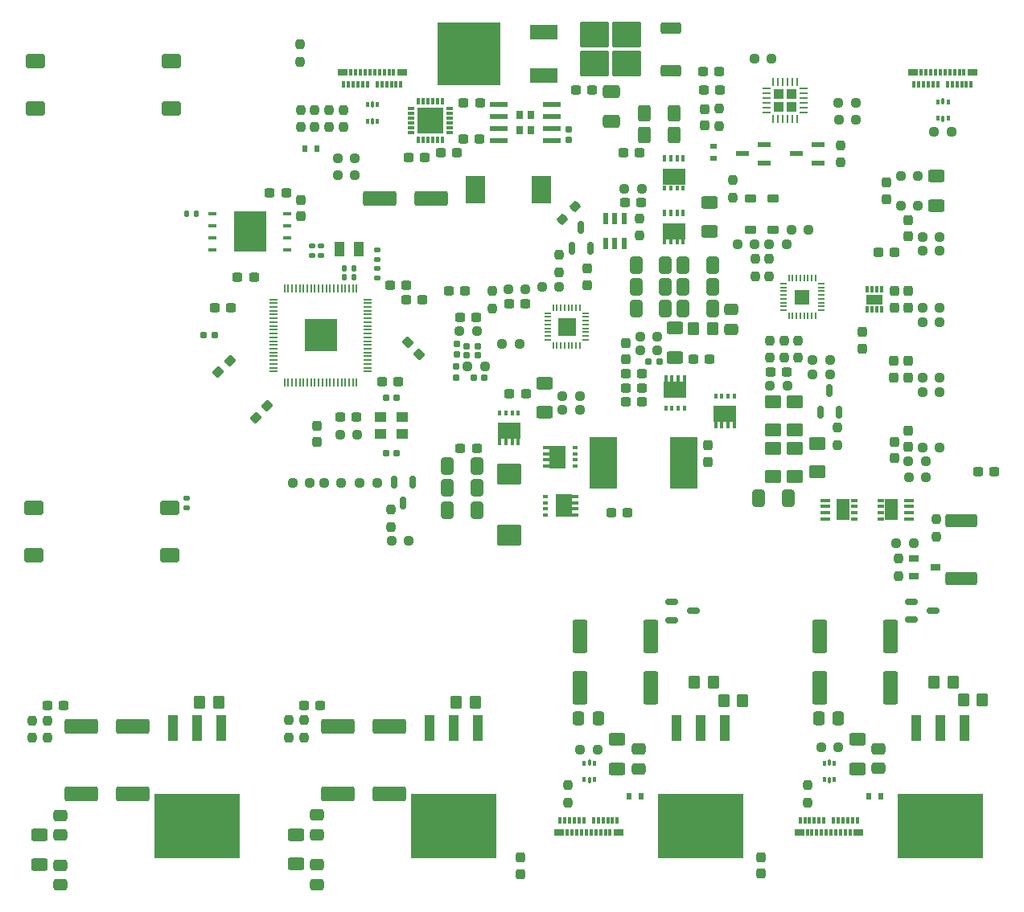
<source format=gbr>
%TF.GenerationSoftware,KiCad,Pcbnew,9.0.6*%
%TF.CreationDate,2026-02-01T22:29:02+01:00*%
%TF.ProjectId,BMS,424d532e-6b69-4636-9164-5f7063625858,rev?*%
%TF.SameCoordinates,Original*%
%TF.FileFunction,Paste,Top*%
%TF.FilePolarity,Positive*%
%FSLAX46Y46*%
G04 Gerber Fmt 4.6, Leading zero omitted, Abs format (unit mm)*
G04 Created by KiCad (PCBNEW 9.0.6) date 2026-02-01 22:29:02*
%MOMM*%
%LPD*%
G01*
G04 APERTURE LIST*
G04 Aperture macros list*
%AMRoundRect*
0 Rectangle with rounded corners*
0 $1 Rounding radius*
0 $2 $3 $4 $5 $6 $7 $8 $9 X,Y pos of 4 corners*
0 Add a 4 corners polygon primitive as box body*
4,1,4,$2,$3,$4,$5,$6,$7,$8,$9,$2,$3,0*
0 Add four circle primitives for the rounded corners*
1,1,$1+$1,$2,$3*
1,1,$1+$1,$4,$5*
1,1,$1+$1,$6,$7*
1,1,$1+$1,$8,$9*
0 Add four rect primitives between the rounded corners*
20,1,$1+$1,$2,$3,$4,$5,0*
20,1,$1+$1,$4,$5,$6,$7,0*
20,1,$1+$1,$6,$7,$8,$9,0*
20,1,$1+$1,$8,$9,$2,$3,0*%
G04 Aperture macros list end*
%ADD10C,0.010000*%
%ADD11RoundRect,0.250000X-0.350000X-0.450000X0.350000X-0.450000X0.350000X0.450000X-0.350000X0.450000X0*%
%ADD12RoundRect,0.237500X0.237500X-0.300000X0.237500X0.300000X-0.237500X0.300000X-0.237500X-0.300000X0*%
%ADD13RoundRect,0.250000X0.475000X-0.337500X0.475000X0.337500X-0.475000X0.337500X-0.475000X-0.337500X0*%
%ADD14RoundRect,0.250001X-1.044999X0.872499X-1.044999X-0.872499X1.044999X-0.872499X1.044999X0.872499X0*%
%ADD15RoundRect,0.155000X0.212500X0.155000X-0.212500X0.155000X-0.212500X-0.155000X0.212500X-0.155000X0*%
%ADD16R,0.300000X0.600000*%
%ADD17R,0.300000X0.635000*%
%ADD18R,2.450000X1.775000*%
%ADD19RoundRect,0.250001X0.624999X-0.462499X0.624999X0.462499X-0.624999X0.462499X-0.624999X-0.462499X0*%
%ADD20RoundRect,0.237500X0.250000X0.237500X-0.250000X0.237500X-0.250000X-0.237500X0.250000X-0.237500X0*%
%ADD21RoundRect,0.237500X0.300000X0.237500X-0.300000X0.237500X-0.300000X-0.237500X0.300000X-0.237500X0*%
%ADD22RoundRect,0.250000X1.500000X0.550000X-1.500000X0.550000X-1.500000X-0.550000X1.500000X-0.550000X0*%
%ADD23RoundRect,0.150000X-0.150000X0.512500X-0.150000X-0.512500X0.150000X-0.512500X0.150000X0.512500X0*%
%ADD24RoundRect,0.250000X0.337500X0.475000X-0.337500X0.475000X-0.337500X-0.475000X0.337500X-0.475000X0*%
%ADD25RoundRect,0.250000X-0.412500X-0.650000X0.412500X-0.650000X0.412500X0.650000X-0.412500X0.650000X0*%
%ADD26RoundRect,0.093750X-0.093750X0.156250X-0.093750X-0.156250X0.093750X-0.156250X0.093750X0.156250X0*%
%ADD27RoundRect,0.075000X-0.075000X0.250000X-0.075000X-0.250000X0.075000X-0.250000X0.075000X0.250000X0*%
%ADD28R,1.050000X2.800000*%
%ADD29R,8.950000X6.850000*%
%ADD30R,0.420000X0.700000*%
%ADD31R,0.420000X0.540000*%
%ADD32R,2.370000X1.710000*%
%ADD33R,0.298000X0.700000*%
%ADD34R,0.998000X0.700000*%
%ADD35RoundRect,0.150000X-0.512500X-0.150000X0.512500X-0.150000X0.512500X0.150000X-0.512500X0.150000X0*%
%ADD36RoundRect,0.225000X0.375000X-0.225000X0.375000X0.225000X-0.375000X0.225000X-0.375000X-0.225000X0*%
%ADD37R,1.400000X0.600000*%
%ADD38RoundRect,0.237500X-0.300000X-0.237500X0.300000X-0.237500X0.300000X0.237500X-0.300000X0.237500X0*%
%ADD39RoundRect,0.237500X-0.250000X-0.237500X0.250000X-0.237500X0.250000X0.237500X-0.250000X0.237500X0*%
%ADD40RoundRect,0.135000X-0.185000X0.135000X-0.185000X-0.135000X0.185000X-0.135000X0.185000X0.135000X0*%
%ADD41RoundRect,0.237500X0.237500X-0.250000X0.237500X0.250000X-0.237500X0.250000X-0.237500X-0.250000X0*%
%ADD42RoundRect,0.250000X0.625000X-0.400000X0.625000X0.400000X-0.625000X0.400000X-0.625000X-0.400000X0*%
%ADD43RoundRect,0.155000X0.155000X-0.212500X0.155000X0.212500X-0.155000X0.212500X-0.155000X-0.212500X0*%
%ADD44RoundRect,0.237500X-0.237500X0.250000X-0.237500X-0.250000X0.237500X-0.250000X0.237500X0.250000X0*%
%ADD45RoundRect,0.250000X0.550000X-1.500000X0.550000X1.500000X-0.550000X1.500000X-0.550000X-1.500000X0*%
%ADD46R,1.100000X0.650000*%
%ADD47RoundRect,0.250000X-0.625000X0.400000X-0.625000X-0.400000X0.625000X-0.400000X0.625000X0.400000X0*%
%ADD48RoundRect,0.237500X-0.237500X0.300000X-0.237500X-0.300000X0.237500X-0.300000X0.237500X0.300000X0*%
%ADD49R,1.300000X1.050000*%
%ADD50RoundRect,0.140000X0.140000X0.170000X-0.140000X0.170000X-0.140000X-0.170000X0.140000X-0.170000X0*%
%ADD51RoundRect,0.155000X-0.212500X-0.155000X0.212500X-0.155000X0.212500X0.155000X-0.212500X0.155000X0*%
%ADD52RoundRect,0.250001X-0.624999X0.462499X-0.624999X-0.462499X0.624999X-0.462499X0.624999X0.462499X0*%
%ADD53R,0.600000X1.150000*%
%ADD54RoundRect,0.250000X0.412500X0.650000X-0.412500X0.650000X-0.412500X-0.650000X0.412500X-0.650000X0*%
%ADD55RoundRect,0.250000X-0.400000X-0.625000X0.400000X-0.625000X0.400000X0.625000X-0.400000X0.625000X0*%
%ADD56R,0.550000X0.800000*%
%ADD57RoundRect,0.093750X0.093750X-0.156250X0.093750X0.156250X-0.093750X0.156250X-0.093750X-0.156250X0*%
%ADD58RoundRect,0.075000X0.075000X-0.250000X0.075000X0.250000X-0.075000X0.250000X-0.075000X-0.250000X0*%
%ADD59R,2.850000X5.400000*%
%ADD60RoundRect,0.150000X0.150000X-0.512500X0.150000X0.512500X-0.150000X0.512500X-0.150000X-0.512500X0*%
%ADD61RoundRect,0.250000X-0.475000X0.337500X-0.475000X-0.337500X0.475000X-0.337500X0.475000X0.337500X0*%
%ADD62R,1.910000X0.610000*%
%ADD63R,0.723000X0.930000*%
%ADD64RoundRect,0.250000X-0.750000X-0.500000X0.750000X-0.500000X0.750000X0.500000X-0.750000X0.500000X0*%
%ADD65R,0.990000X0.405000*%
%ADD66R,0.760000X0.405000*%
%ADD67R,1.475000X2.235000*%
%ADD68R,0.750000X0.200000*%
%ADD69R,0.200000X0.750000*%
%ADD70R,1.500000X1.500000*%
%ADD71RoundRect,0.237500X0.044194X0.380070X-0.380070X-0.044194X-0.044194X-0.380070X0.380070X0.044194X0*%
%ADD72RoundRect,0.135000X-0.135000X-0.185000X0.135000X-0.185000X0.135000X0.185000X-0.135000X0.185000X0*%
%ADD73RoundRect,0.135000X0.185000X-0.135000X0.185000X0.135000X-0.185000X0.135000X-0.185000X-0.135000X0*%
%ADD74RoundRect,0.155000X-0.155000X0.212500X-0.155000X-0.212500X0.155000X-0.212500X0.155000X0.212500X0*%
%ADD75R,0.950000X0.450000*%
%ADD76R,3.450000X4.350000*%
%ADD77RoundRect,0.160000X-0.197500X-0.160000X0.197500X-0.160000X0.197500X0.160000X-0.197500X0.160000X0*%
%ADD78R,0.850000X0.200000*%
%ADD79R,0.200000X0.850000*%
%ADD80R,3.450000X3.450000*%
%ADD81RoundRect,0.237500X-0.380070X0.044194X0.044194X-0.380070X0.380070X-0.044194X-0.044194X0.380070X0*%
%ADD82RoundRect,0.250000X0.295000X-0.295000X0.295000X0.295000X-0.295000X0.295000X-0.295000X-0.295000X0*%
%ADD83RoundRect,0.062500X0.062500X-0.350000X0.062500X0.350000X-0.062500X0.350000X-0.062500X-0.350000X0*%
%ADD84RoundRect,0.062500X0.350000X-0.062500X0.350000X0.062500X-0.350000X0.062500X-0.350000X-0.062500X0*%
%ADD85R,2.050000X3.000000*%
%ADD86R,0.800000X0.300000*%
%ADD87R,0.300000X0.800000*%
%ADD88R,2.800000X2.800000*%
%ADD89R,0.800000X0.550000*%
%ADD90R,0.300000X0.700000*%
%ADD91R,1.700000X1.000000*%
%ADD92R,1.000000X1.600000*%
%ADD93RoundRect,0.249999X-1.425001X0.450001X-1.425001X-0.450001X1.425001X-0.450001X1.425001X0.450001X0*%
%ADD94RoundRect,0.237500X0.008839X0.344715X-0.344715X-0.008839X-0.008839X-0.344715X0.344715X0.008839X0*%
%ADD95RoundRect,0.250000X0.750000X0.500000X-0.750000X0.500000X-0.750000X-0.500000X0.750000X-0.500000X0*%
%ADD96R,0.600000X0.300000*%
%ADD97R,0.635000X0.300000*%
%ADD98R,1.775000X2.450000*%
%ADD99R,3.000000X1.600000*%
%ADD100R,6.700000X6.700000*%
%ADD101RoundRect,0.250000X0.650000X-0.412500X0.650000X0.412500X-0.650000X0.412500X-0.650000X-0.412500X0*%
%ADD102RoundRect,0.027500X-0.082500X0.337500X-0.082500X-0.337500X0.082500X-0.337500X0.082500X0.337500X0*%
%ADD103RoundRect,0.027500X-0.337500X0.082500X-0.337500X-0.082500X0.337500X-0.082500X0.337500X0.082500X0*%
%ADD104RoundRect,0.140000X-0.170000X0.140000X-0.170000X-0.140000X0.170000X-0.140000X0.170000X0.140000X0*%
%ADD105RoundRect,0.250000X1.275000X1.125000X-1.275000X1.125000X-1.275000X-1.125000X1.275000X-1.125000X0*%
%ADD106RoundRect,0.250000X0.850000X0.350000X-0.850000X0.350000X-0.850000X-0.350000X0.850000X-0.350000X0*%
G04 APERTURE END LIST*
D10*
%TO.C,BQ25713_1*%
X82700000Y-97390000D02*
X80920000Y-97390000D01*
X80920000Y-95610000D01*
X82700000Y-95610000D01*
X82700000Y-97390000D01*
G36*
X82700000Y-97390000D02*
G01*
X80920000Y-97390000D01*
X80920000Y-95610000D01*
X82700000Y-95610000D01*
X82700000Y-97390000D01*
G37*
%TD*%
D11*
%TO.C,R113*%
X43200000Y-136100000D03*
X45200000Y-136100000D03*
%TD*%
D12*
%TO.C,C79*%
X117810800Y-101864200D03*
X117810800Y-100139200D03*
%TD*%
D13*
%TO.C,C25*%
X99125000Y-96812500D03*
X99125000Y-94737500D03*
%TD*%
D14*
%TO.C,C58*%
X75750000Y-112049500D03*
X75750000Y-118464500D03*
%TD*%
D15*
%TO.C,C46*%
X73192500Y-101925000D03*
X72057500Y-101925000D03*
%TD*%
D16*
%TO.C,Q4*%
X99450000Y-103850000D03*
X98800000Y-103850000D03*
X98150000Y-103850000D03*
X97500000Y-103850000D03*
D17*
X97500000Y-106932000D03*
X98150000Y-106932000D03*
X98800000Y-106932000D03*
X99450000Y-106932000D03*
D18*
X98475000Y-105728000D03*
%TD*%
D19*
%TO.C,D11*%
X103525000Y-112312500D03*
X103525000Y-109337500D03*
%TD*%
D20*
%TO.C,R25*%
X72387500Y-97025000D03*
X70562500Y-97025000D03*
%TD*%
D21*
%TO.C,C39*%
X77462500Y-94075000D03*
X75737500Y-94075000D03*
%TD*%
D22*
%TO.C,C105*%
X63150000Y-138650000D03*
X57750000Y-138650000D03*
%TD*%
D21*
%TO.C,C19*%
X46480900Y-94538800D03*
X44755900Y-94538800D03*
%TD*%
D23*
%TO.C,IC4*%
X65575000Y-112862500D03*
X63675000Y-112862500D03*
X64625000Y-115137500D03*
%TD*%
D24*
%TO.C,C98*%
X110412500Y-137775000D03*
X108337500Y-137775000D03*
%TD*%
D25*
%TO.C,C35*%
X94087500Y-90025000D03*
X97212500Y-90025000D03*
%TD*%
D26*
%TO.C,U4*%
X121987500Y-72875000D03*
D27*
X121450000Y-72800000D03*
D26*
X120912500Y-72875000D03*
X120912500Y-74575000D03*
D27*
X121450000Y-74650000D03*
D26*
X121987500Y-74575000D03*
%TD*%
D28*
%TO.C,IC16*%
X45480000Y-138825000D03*
X42940000Y-138825000D03*
X40400000Y-138825000D03*
D29*
X42940000Y-149175000D03*
%TD*%
D30*
%TO.C,Q15*%
X94100000Y-84520000D03*
X93450000Y-84520000D03*
X92800000Y-84520000D03*
X92150000Y-84520000D03*
D31*
X92150000Y-87600000D03*
X92800000Y-87600000D03*
X93450000Y-87600000D03*
X94100000Y-87600000D03*
D32*
X93125000Y-86475000D03*
%TD*%
D12*
%TO.C,C74*%
X116286800Y-101864200D03*
X116286800Y-100139200D03*
%TD*%
D21*
%TO.C,C76*%
X116337500Y-88700000D03*
X114612500Y-88700000D03*
%TD*%
%TO.C,C34*%
X71112500Y-92775000D03*
X69387500Y-92775000D03*
%TD*%
D33*
%TO.C,USBC-J3*%
X106400000Y-148525000D03*
X106900000Y-148525000D03*
X107400000Y-148525000D03*
X107900000Y-148525000D03*
X108400000Y-148525000D03*
X108900000Y-148525000D03*
X109900000Y-148525000D03*
X110400000Y-148525000D03*
X110900000Y-148525000D03*
X111400000Y-148525000D03*
X111900000Y-148525000D03*
X112400000Y-148525000D03*
D34*
X112500000Y-149825000D03*
D33*
X111650000Y-149825000D03*
X111150000Y-149825000D03*
X110650000Y-149825000D03*
X110150000Y-149825000D03*
X109650000Y-149825000D03*
X109150000Y-149825000D03*
X108650000Y-149825000D03*
X108150000Y-149825000D03*
X107650000Y-149825000D03*
X107150000Y-149825000D03*
D34*
X106300000Y-149825000D03*
%TD*%
D12*
%TO.C,C73*%
X116337600Y-110398600D03*
X116337600Y-108673600D03*
%TD*%
%TO.C,C77*%
X117810800Y-109179400D03*
X117810800Y-107454400D03*
%TD*%
D20*
%TO.C,R11*%
X59789500Y-107900000D03*
X57964500Y-107900000D03*
%TD*%
D21*
%TO.C,C114*%
X28912500Y-136475000D03*
X27187500Y-136475000D03*
%TD*%
D35*
%TO.C,IC9*%
X118112500Y-125500000D03*
X118112500Y-127400000D03*
X120387500Y-126450000D03*
%TD*%
D36*
%TO.C,D9*%
X101200000Y-86350000D03*
X101200000Y-83050000D03*
%TD*%
D20*
%TO.C,R27*%
X107312500Y-86350000D03*
X105487500Y-86350000D03*
%TD*%
%TO.C,R54*%
X121112800Y-96023300D03*
X119287800Y-96023300D03*
%TD*%
D37*
%TO.C,Q13*%
X108300000Y-79250000D03*
X108300000Y-77350000D03*
X106000000Y-78300000D03*
%TD*%
D38*
%TO.C,C70*%
X68587500Y-78225000D03*
X70312500Y-78225000D03*
%TD*%
D21*
%TO.C,C33*%
X96887500Y-99925000D03*
X95162500Y-99925000D03*
%TD*%
D20*
%TO.C,R88*%
X112262500Y-72950000D03*
X110437500Y-72950000D03*
%TD*%
D21*
%TO.C,C30*%
X89787500Y-102975000D03*
X88062500Y-102975000D03*
%TD*%
D39*
%TO.C,R30*%
X75037500Y-98300000D03*
X76862500Y-98300000D03*
%TD*%
D40*
%TO.C,R5*%
X61927000Y-88430000D03*
X61927000Y-89450000D03*
%TD*%
D41*
%TO.C,R70*%
X116762400Y-122793000D03*
X116762400Y-120968000D03*
%TD*%
D42*
%TO.C,RS3*%
X79475000Y-105575000D03*
X79475000Y-102475000D03*
%TD*%
D19*
%TO.C,D10*%
X103525000Y-107412500D03*
X103525000Y-104437500D03*
%TD*%
D39*
%TO.C,R28*%
X71387500Y-100725000D03*
X73212500Y-100725000D03*
%TD*%
D43*
%TO.C,C64*%
X82077000Y-76867500D03*
X82077000Y-75732500D03*
%TD*%
D44*
%TO.C,R86*%
X110700000Y-77387500D03*
X110700000Y-79212500D03*
%TD*%
D45*
%TO.C,C102*%
X83250000Y-134600000D03*
X83250000Y-129200000D03*
%TD*%
D46*
%TO.C,Q11*%
X118355600Y-120930500D03*
X118355600Y-122830500D03*
X120655600Y-121880500D03*
%TD*%
D47*
%TO.C,R114*%
X26350000Y-150074999D03*
X26350000Y-153174999D03*
%TD*%
D48*
%TO.C,C94*%
X96370000Y-73612500D03*
X96370000Y-75337500D03*
%TD*%
D25*
%TO.C,C61*%
X102062500Y-114600000D03*
X105187500Y-114600000D03*
%TD*%
D49*
%TO.C,Y1*%
X64527000Y-106075000D03*
X62227000Y-106075000D03*
X62227000Y-107825000D03*
X64527000Y-107825000D03*
%TD*%
D41*
%TO.C,R41*%
X53777000Y-68612500D03*
X53777000Y-66787500D03*
%TD*%
D50*
%TO.C,C2*%
X59407000Y-91340000D03*
X58447000Y-91340000D03*
%TD*%
D51*
%TO.C,C37*%
X90432500Y-100225000D03*
X91567500Y-100225000D03*
%TD*%
D36*
%TO.C,D12*%
X103525000Y-86350000D03*
X103525000Y-83050000D03*
%TD*%
D52*
%TO.C,D8*%
X105825000Y-109337500D03*
X105825000Y-112312500D03*
%TD*%
D53*
%TO.C,Q1*%
X85950000Y-87775000D03*
X86900000Y-87775000D03*
X87850000Y-87775000D03*
X87850000Y-85175000D03*
X86900000Y-85175000D03*
X85950000Y-85175000D03*
%TD*%
D21*
%TO.C,C23*%
X89487500Y-78175000D03*
X87762500Y-78175000D03*
%TD*%
D54*
%TO.C,C50*%
X72425000Y-113532000D03*
X69300000Y-113532000D03*
%TD*%
D55*
%TO.C,R12*%
X90025000Y-76300000D03*
X93125000Y-76300000D03*
%TD*%
D21*
%TO.C,C1*%
X84530100Y-71577200D03*
X82805100Y-71577200D03*
%TD*%
D22*
%TO.C,C106*%
X63150000Y-145749999D03*
X57750000Y-145749999D03*
%TD*%
D39*
%TO.C,R49*%
X57714500Y-80550000D03*
X59539500Y-80550000D03*
%TD*%
D38*
%TO.C,C66*%
X70914500Y-76750000D03*
X72639500Y-76750000D03*
%TD*%
D28*
%TO.C,IC10*%
X123680000Y-138775000D03*
X121140000Y-138775000D03*
X118600000Y-138775000D03*
D29*
X121140000Y-149125000D03*
%TD*%
D12*
%TO.C,C80*%
X117810800Y-94498200D03*
X117810800Y-92773200D03*
%TD*%
D56*
%TO.C,D17*%
X113625000Y-145975000D03*
X114875000Y-145975000D03*
%TD*%
D57*
%TO.C,U7*%
X83687500Y-144250000D03*
D58*
X84225000Y-144325000D03*
D57*
X84762500Y-144250000D03*
X84762500Y-142550000D03*
D58*
X84225000Y-142475000D03*
D57*
X83687500Y-142550000D03*
%TD*%
D11*
%TO.C,R100*%
X95250000Y-133975000D03*
X97250000Y-133975000D03*
%TD*%
D59*
%TO.C,L2*%
X94125000Y-110900000D03*
X85725000Y-110900000D03*
%TD*%
D47*
%TO.C,RS2*%
X93225000Y-96675000D03*
X93225000Y-99775000D03*
%TD*%
D60*
%TO.C,IC8*%
X108550000Y-105525000D03*
X110450000Y-105525000D03*
X109500000Y-103250000D03*
%TD*%
D51*
%TO.C,C20*%
X62809500Y-109850000D03*
X63944500Y-109850000D03*
%TD*%
D47*
%TO.C,R15*%
X96900000Y-83425000D03*
X96900000Y-86525000D03*
%TD*%
D41*
%TO.C,R36*%
X63350000Y-117612500D03*
X63350000Y-115787500D03*
%TD*%
D38*
%TO.C,C6*%
X64914500Y-93700000D03*
X66639500Y-93700000D03*
%TD*%
D21*
%TO.C,C93*%
X97962500Y-71600000D03*
X96237500Y-71600000D03*
%TD*%
D44*
%TO.C,R43*%
X55327000Y-73687500D03*
X55327000Y-75512500D03*
%TD*%
D41*
%TO.C,R51*%
X120706400Y-118627400D03*
X120706400Y-116802400D03*
%TD*%
D12*
%TO.C,C101*%
X77000000Y-154200000D03*
X77000000Y-152475000D03*
%TD*%
D48*
%TO.C,C26*%
X84000000Y-90425000D03*
X84000000Y-92150000D03*
%TD*%
D41*
%TO.C,R17*%
X89500000Y-86937500D03*
X89500000Y-85112500D03*
%TD*%
D61*
%TO.C,C113*%
X28500000Y-153250000D03*
X28500000Y-155325000D03*
%TD*%
D38*
%TO.C,C45*%
X86512500Y-116125000D03*
X88237500Y-116125000D03*
%TD*%
D24*
%TO.C,C103*%
X85162500Y-137800000D03*
X83087500Y-137800000D03*
%TD*%
D20*
%TO.C,R34*%
X65212500Y-119100000D03*
X63387500Y-119100000D03*
%TD*%
D11*
%TO.C,RS1*%
X95200000Y-96725000D03*
X97200000Y-96725000D03*
%TD*%
D20*
%TO.C,R58*%
X121112800Y-101916100D03*
X119287800Y-101916100D03*
%TD*%
D62*
%TO.C,U2*%
X74694500Y-73120000D03*
X74694500Y-74390000D03*
X74694500Y-75660000D03*
X74694500Y-76930000D03*
X80254500Y-76930000D03*
X80254500Y-75660000D03*
X80254500Y-74390000D03*
X80254500Y-73120000D03*
D63*
X76872000Y-74250000D03*
X76872000Y-75800000D03*
X78077000Y-74250000D03*
X78077000Y-75800000D03*
%TD*%
D15*
%TO.C,C40*%
X72442500Y-98575000D03*
X71307500Y-98575000D03*
%TD*%
D64*
%TO.C,SW2*%
X25900000Y-68500000D03*
X40200000Y-68500000D03*
X25900000Y-73500000D03*
X40200000Y-73500000D03*
%TD*%
D20*
%TO.C,R24*%
X77512500Y-92600000D03*
X75687500Y-92600000D03*
%TD*%
D39*
%TO.C,R19*%
X89537500Y-99025000D03*
X91362500Y-99025000D03*
%TD*%
D38*
%TO.C,C86*%
X125137500Y-111800000D03*
X126862500Y-111800000D03*
%TD*%
D65*
%TO.C,Q12*%
X109085400Y-114818100D03*
X109085400Y-115478100D03*
X109085400Y-116138100D03*
X109085400Y-116798100D03*
D66*
X112070400Y-116798100D03*
X112070400Y-116138100D03*
X112070400Y-115478100D03*
D67*
X110953400Y-115808100D03*
D66*
X112070400Y-114818100D03*
%TD*%
D21*
%TO.C,C16*%
X64939500Y-92200000D03*
X63214500Y-92200000D03*
%TD*%
D38*
%TO.C,C65*%
X70964500Y-72900000D03*
X72689500Y-72900000D03*
%TD*%
D21*
%TO.C,C109*%
X55912500Y-136450000D03*
X54187500Y-136450000D03*
%TD*%
%TO.C,C60*%
X77537500Y-103550000D03*
X75812500Y-103550000D03*
%TD*%
D20*
%TO.C,R57*%
X121112800Y-94499300D03*
X119287800Y-94499300D03*
%TD*%
D44*
%TO.C,R68*%
X103250000Y-97975000D03*
X103250000Y-99800000D03*
%TD*%
D38*
%TO.C,C84*%
X103262500Y-101275000D03*
X104987500Y-101275000D03*
%TD*%
D68*
%TO.C,IC7*%
X108616000Y-94792400D03*
X108616000Y-94392400D03*
X108616000Y-93992400D03*
X108616000Y-93592400D03*
X108616000Y-93192400D03*
X108616000Y-92792400D03*
X108616000Y-92392400D03*
X108616000Y-91992400D03*
D69*
X108016000Y-91392400D03*
X107616000Y-91392400D03*
X107216000Y-91392400D03*
X106816000Y-91392400D03*
X106416000Y-91392400D03*
X106016000Y-91392400D03*
X105616000Y-91392400D03*
X105216000Y-91392400D03*
D68*
X104616000Y-91992400D03*
X104616000Y-92392400D03*
X104616000Y-92792400D03*
X104616000Y-93192400D03*
X104616000Y-93592400D03*
X104616000Y-93992400D03*
X104616000Y-94392400D03*
X104616000Y-94792400D03*
D69*
X105216000Y-95392400D03*
X105616000Y-95392400D03*
X106016000Y-95392400D03*
X106416000Y-95392400D03*
X106816000Y-95392400D03*
X107216000Y-95392400D03*
X107616000Y-95392400D03*
X108016000Y-95392400D03*
D70*
X106616000Y-93392400D03*
%TD*%
D71*
%TO.C,C14*%
X46380680Y-100126520D03*
X45160920Y-101346280D03*
%TD*%
D28*
%TO.C,IC14*%
X72480000Y-138800000D03*
X69940000Y-138800000D03*
X67400000Y-138800000D03*
D29*
X69940000Y-149150000D03*
%TD*%
D72*
%TO.C,R7*%
X41832000Y-84600000D03*
X42852000Y-84600000D03*
%TD*%
D54*
%TO.C,C51*%
X72425000Y-111232000D03*
X69300000Y-111232000D03*
%TD*%
D38*
%TO.C,C92*%
X96187500Y-69600000D03*
X97912500Y-69600000D03*
%TD*%
%TO.C,C43*%
X88062500Y-101500000D03*
X89787500Y-101500000D03*
%TD*%
D39*
%TO.C,R3*%
X108587500Y-140850000D03*
X110412500Y-140850000D03*
%TD*%
D48*
%TO.C,C13*%
X55527000Y-106937500D03*
X55527000Y-108662500D03*
%TD*%
D44*
%TO.C,R20*%
X74025000Y-92787500D03*
X74025000Y-94612500D03*
%TD*%
D20*
%TO.C,R56*%
X121102500Y-87082500D03*
X119277500Y-87082500D03*
%TD*%
D39*
%TO.C,R69*%
X116542700Y-119340500D03*
X118367700Y-119340500D03*
%TD*%
D11*
%TO.C,R93*%
X123600000Y-135875000D03*
X125600000Y-135875000D03*
%TD*%
D39*
%TO.C,R37*%
X52975000Y-112975000D03*
X54800000Y-112975000D03*
%TD*%
D73*
%TO.C,R6*%
X41840000Y-115600000D03*
X41840000Y-114580000D03*
%TD*%
D60*
%TO.C,IC3*%
X82400000Y-88300000D03*
X84300000Y-88300000D03*
X83350000Y-86025000D03*
%TD*%
D37*
%TO.C,Q14*%
X102600000Y-79250000D03*
X102600000Y-77350000D03*
X100300000Y-78300000D03*
%TD*%
D38*
%TO.C,C48*%
X88062500Y-104450000D03*
X89787500Y-104450000D03*
%TD*%
D74*
%TO.C,C42*%
X70290000Y-98307500D03*
X70290000Y-99442500D03*
%TD*%
D39*
%TO.C,R4*%
X83225000Y-141100000D03*
X85050000Y-141100000D03*
%TD*%
D42*
%TO.C,RS4*%
X120706400Y-83755700D03*
X120706400Y-80655700D03*
%TD*%
D75*
%TO.C,IC1*%
X44577000Y-84590000D03*
X44577000Y-85860000D03*
X44577000Y-87130000D03*
X44577000Y-88400000D03*
X52377000Y-88400000D03*
X52377000Y-87130000D03*
X52377000Y-85860000D03*
X52377000Y-84590000D03*
D76*
X48477000Y-86495000D03*
%TD*%
D28*
%TO.C,IC12*%
X98430000Y-138800000D03*
X95890000Y-138800000D03*
X93350000Y-138800000D03*
D29*
X95890000Y-149150000D03*
%TD*%
D15*
%TO.C,C21*%
X63944500Y-104050000D03*
X62809500Y-104050000D03*
%TD*%
D33*
%TO.C,USBC-J2*%
X124405000Y-70991400D03*
X123905000Y-70991400D03*
X123405000Y-70991400D03*
X122905000Y-70991400D03*
X122405000Y-70991400D03*
X121905000Y-70991400D03*
X120905000Y-70991400D03*
X120405000Y-70991400D03*
X119905000Y-70991400D03*
X119405000Y-70991400D03*
X118905000Y-70991400D03*
X118405000Y-70991400D03*
D34*
X118305000Y-69691400D03*
D33*
X119155000Y-69691400D03*
X119655000Y-69691400D03*
X120155000Y-69691400D03*
X120655000Y-69691400D03*
X121155000Y-69691400D03*
X121655000Y-69691400D03*
X122155000Y-69691400D03*
X122655000Y-69691400D03*
X123155000Y-69691400D03*
X123655000Y-69691400D03*
D34*
X124505000Y-69691400D03*
%TD*%
D44*
%TO.C,R73*%
X106200000Y-97962500D03*
X106200000Y-99787500D03*
%TD*%
D20*
%TO.C,R35*%
X61862500Y-112975000D03*
X60037500Y-112975000D03*
%TD*%
D57*
%TO.C,U6*%
X108937500Y-144225000D03*
D58*
X109475000Y-144300000D03*
D57*
X110012500Y-144225000D03*
X110012500Y-142525000D03*
D58*
X109475000Y-142450000D03*
D57*
X108937500Y-142525000D03*
%TD*%
D38*
%TO.C,C17*%
X62364500Y-102350000D03*
X64089500Y-102350000D03*
%TD*%
D45*
%TO.C,C95*%
X115900000Y-134575000D03*
X115900000Y-129175000D03*
%TD*%
D41*
%TO.C,R115*%
X25600000Y-139837500D03*
X25600000Y-138012500D03*
%TD*%
D77*
%TO.C,R23*%
X71272500Y-99500000D03*
X72467500Y-99500000D03*
%TD*%
D39*
%TO.C,R60*%
X117814600Y-112380900D03*
X119639600Y-112380900D03*
%TD*%
D78*
%TO.C,IC2*%
X50977000Y-93650000D03*
X50977000Y-94050000D03*
X50977000Y-94450000D03*
X50977000Y-94850000D03*
X50977000Y-95250000D03*
X50977000Y-95650000D03*
X50977000Y-96050000D03*
X50977000Y-96450000D03*
X50977000Y-96850000D03*
X50977000Y-97250000D03*
X50977000Y-97650000D03*
X50977000Y-98050000D03*
X50977000Y-98450000D03*
X50977000Y-98850000D03*
X50977000Y-99250000D03*
X50977000Y-99650000D03*
X50977000Y-100050000D03*
X50977000Y-100450000D03*
X50977000Y-100850000D03*
X50977000Y-101250000D03*
D79*
X52127000Y-102400000D03*
X52527000Y-102400000D03*
X52927000Y-102400000D03*
X53327000Y-102400000D03*
X53727000Y-102400000D03*
X54127000Y-102400000D03*
X54527000Y-102400000D03*
X54927000Y-102400000D03*
X55327000Y-102400000D03*
X55727000Y-102400000D03*
X56127000Y-102400000D03*
X56527000Y-102400000D03*
X56927000Y-102400000D03*
X57327000Y-102400000D03*
X57727000Y-102400000D03*
X58127000Y-102400000D03*
X58527000Y-102400000D03*
X58927000Y-102400000D03*
X59327000Y-102400000D03*
X59727000Y-102400000D03*
D78*
X60877000Y-101250000D03*
X60877000Y-100850000D03*
X60877000Y-100450000D03*
X60877000Y-100050000D03*
X60877000Y-99650000D03*
X60877000Y-99250000D03*
X60877000Y-98850000D03*
X60877000Y-98450000D03*
X60877000Y-98050000D03*
X60877000Y-97650000D03*
X60877000Y-97250000D03*
X60877000Y-96850000D03*
X60877000Y-96450000D03*
X60877000Y-96050000D03*
X60877000Y-95650000D03*
X60877000Y-95250000D03*
X60877000Y-94850000D03*
X60877000Y-94450000D03*
X60877000Y-94050000D03*
X60877000Y-93650000D03*
D79*
X59727000Y-92500000D03*
X59327000Y-92500000D03*
X58927000Y-92500000D03*
X58527000Y-92500000D03*
X58127000Y-92500000D03*
X57727000Y-92500000D03*
X57327000Y-92500000D03*
X56927000Y-92500000D03*
X56527000Y-92500000D03*
X56127000Y-92500000D03*
X55727000Y-92500000D03*
X55327000Y-92500000D03*
X54927000Y-92500000D03*
X54527000Y-92500000D03*
X54127000Y-92500000D03*
X53727000Y-92500000D03*
X53327000Y-92500000D03*
X52927000Y-92500000D03*
X52527000Y-92500000D03*
X52127000Y-92500000D03*
D80*
X55927000Y-97450000D03*
%TD*%
D81*
%TO.C,C12*%
X65067120Y-98190120D03*
X66286880Y-99409880D03*
%TD*%
D12*
%TO.C,C29*%
X88075000Y-99962500D03*
X88075000Y-98237500D03*
%TD*%
D82*
%TO.C,U5*%
X104125000Y-73375000D03*
X105475000Y-73375000D03*
X104125000Y-72025000D03*
X105475000Y-72025000D03*
D83*
X103550000Y-74662500D03*
X104050000Y-74662500D03*
X104550000Y-74662500D03*
X105050000Y-74662500D03*
X105550000Y-74662500D03*
X106050000Y-74662500D03*
D84*
X106762500Y-73950000D03*
X106762500Y-73450000D03*
X106762500Y-72950000D03*
X106762500Y-72450000D03*
X106762500Y-71950000D03*
X106762500Y-71450000D03*
D83*
X106050000Y-70737500D03*
X105550000Y-70737500D03*
X105050000Y-70737500D03*
X104550000Y-70737500D03*
X104050000Y-70737500D03*
X103550000Y-70737500D03*
D84*
X102837500Y-71450000D03*
X102837500Y-71950000D03*
X102837500Y-72450000D03*
X102837500Y-72950000D03*
X102837500Y-73450000D03*
X102837500Y-73950000D03*
%TD*%
D45*
%TO.C,C100*%
X90650000Y-134600000D03*
X90650000Y-129200000D03*
%TD*%
D12*
%TO.C,C75*%
X116337600Y-94498200D03*
X116337600Y-92773200D03*
%TD*%
D20*
%TO.C,R83*%
X112275000Y-74700000D03*
X110450000Y-74700000D03*
%TD*%
D50*
%TO.C,C3*%
X59407000Y-90400000D03*
X58447000Y-90400000D03*
%TD*%
D43*
%TO.C,C47*%
X70175000Y-101867500D03*
X70175000Y-100732500D03*
%TD*%
D41*
%TO.C,R44*%
X56827000Y-75512500D03*
X56827000Y-73687500D03*
%TD*%
D21*
%TO.C,C24*%
X89675000Y-83475000D03*
X87950000Y-83475000D03*
%TD*%
D20*
%TO.C,R62*%
X118824900Y-83780500D03*
X116999900Y-83780500D03*
%TD*%
D85*
%TO.C,L3*%
X79150000Y-82050000D03*
X72200000Y-82050000D03*
%TD*%
D47*
%TO.C,R103*%
X87150000Y-140025000D03*
X87150000Y-143125000D03*
%TD*%
D86*
%TO.C,IC5*%
X69477000Y-76050000D03*
X69477000Y-75550000D03*
X69477000Y-75050000D03*
X69477000Y-74550000D03*
X69477000Y-74050000D03*
X69477000Y-73550000D03*
D87*
X68727000Y-72800000D03*
X68227000Y-72800000D03*
X67727000Y-72800000D03*
X67227000Y-72800000D03*
X66727000Y-72800000D03*
X66227000Y-72800000D03*
D86*
X65477000Y-73550000D03*
X65477000Y-74050000D03*
X65477000Y-74550000D03*
X65477000Y-75050000D03*
X65477000Y-75550000D03*
X65477000Y-76050000D03*
D87*
X66227000Y-76800000D03*
X66727000Y-76800000D03*
X67227000Y-76800000D03*
X67727000Y-76800000D03*
X68227000Y-76800000D03*
X68727000Y-76800000D03*
D88*
X67477000Y-74800000D03*
%TD*%
D44*
%TO.C,R76*%
X103150000Y-89362500D03*
X103150000Y-91187500D03*
%TD*%
D22*
%TO.C,C110*%
X36150000Y-138675000D03*
X30750000Y-138675000D03*
%TD*%
D89*
%TO.C,D16*%
X97300000Y-77500000D03*
X97300000Y-78750000D03*
%TD*%
D35*
%TO.C,IC11*%
X92862500Y-125525000D03*
X92862500Y-127425000D03*
X95137500Y-126475000D03*
%TD*%
D44*
%TO.C,R116*%
X27150000Y-138012500D03*
X27150000Y-139837500D03*
%TD*%
D20*
%TO.C,R55*%
X121112800Y-88555700D03*
X119287800Y-88555700D03*
%TD*%
D90*
%TO.C,IC6*%
X113450000Y-94702500D03*
X113950000Y-94702500D03*
X114450000Y-94702500D03*
X114950000Y-94702500D03*
X114950000Y-92602500D03*
X114450000Y-92602500D03*
X113950000Y-92602500D03*
X113450000Y-92602500D03*
D91*
X114200000Y-93652500D03*
%TD*%
D25*
%TO.C,C31*%
X94075000Y-92325000D03*
X97200000Y-92325000D03*
%TD*%
D20*
%TO.C,R64*%
X118824900Y-80681700D03*
X116999900Y-80681700D03*
%TD*%
D30*
%TO.C,Q16*%
X94100000Y-78795000D03*
X93450000Y-78795000D03*
X92800000Y-78795000D03*
X92150000Y-78795000D03*
D31*
X92150000Y-81875000D03*
X92800000Y-81875000D03*
X93450000Y-81875000D03*
X94100000Y-81875000D03*
D32*
X93125000Y-80750000D03*
%TD*%
D41*
%TO.C,R22*%
X81025000Y-90802500D03*
X81025000Y-88977500D03*
%TD*%
D20*
%TO.C,R38*%
X83187500Y-105300000D03*
X81362500Y-105300000D03*
%TD*%
D92*
%TO.C,L1*%
X59927000Y-88375000D03*
X57927000Y-88375000D03*
%TD*%
D45*
%TO.C,C97*%
X108500000Y-134575000D03*
X108500000Y-129175000D03*
%TD*%
D33*
%TO.C,USBC-J4*%
X81150000Y-148550000D03*
X81650000Y-148550000D03*
X82150000Y-148550000D03*
X82650000Y-148550000D03*
X83150000Y-148550000D03*
X83650000Y-148550000D03*
X84650000Y-148550000D03*
X85150000Y-148550000D03*
X85650000Y-148550000D03*
X86150000Y-148550000D03*
X86650000Y-148550000D03*
X87150000Y-148550000D03*
D34*
X87250000Y-149850000D03*
D33*
X86400000Y-149850000D03*
X85900000Y-149850000D03*
X85400000Y-149850000D03*
X84900000Y-149850000D03*
X84400000Y-149850000D03*
X83900000Y-149850000D03*
X83400000Y-149850000D03*
X82900000Y-149850000D03*
X82400000Y-149850000D03*
X81900000Y-149850000D03*
D34*
X81050000Y-149850000D03*
%TD*%
D73*
%TO.C,R8*%
X55947000Y-89020000D03*
X55947000Y-88000000D03*
%TD*%
D20*
%TO.C,R39*%
X83187500Y-103825000D03*
X81362500Y-103825000D03*
%TD*%
D39*
%TO.C,R21*%
X79207500Y-92290000D03*
X81032500Y-92290000D03*
%TD*%
D38*
%TO.C,C9*%
X57964500Y-106050000D03*
X59689500Y-106050000D03*
%TD*%
D54*
%TO.C,C53*%
X72425000Y-115832000D03*
X69300000Y-115832000D03*
%TD*%
D38*
%TO.C,C49*%
X70637500Y-109350000D03*
X72362500Y-109350000D03*
%TD*%
D56*
%TO.C,D5*%
X55527000Y-77800000D03*
X54277000Y-77800000D03*
%TD*%
D41*
%TO.C,R45*%
X58327000Y-75512500D03*
X58327000Y-73687500D03*
%TD*%
D11*
%TO.C,R101*%
X98350000Y-135900000D03*
X100350000Y-135900000D03*
%TD*%
D39*
%TO.C,R53*%
X119287800Y-103389300D03*
X121112800Y-103389300D03*
%TD*%
D41*
%TO.C,R87*%
X97910000Y-75387500D03*
X97910000Y-73562500D03*
%TD*%
D39*
%TO.C,R66*%
X103212500Y-102750000D03*
X105037500Y-102750000D03*
%TD*%
D21*
%TO.C,C71*%
X66925000Y-78675000D03*
X65200000Y-78675000D03*
%TD*%
D20*
%TO.C,R74*%
X109525000Y-101550000D03*
X107700000Y-101550000D03*
%TD*%
D44*
%TO.C,R77*%
X110325000Y-107187500D03*
X110325000Y-109012500D03*
%TD*%
D12*
%TO.C,C15*%
X53827000Y-84912500D03*
X53827000Y-83187500D03*
%TD*%
D93*
%TO.C,R65*%
X123398800Y-117003700D03*
X123398800Y-123103700D03*
%TD*%
D44*
%TO.C,R29*%
X99325000Y-81087500D03*
X99325000Y-82912500D03*
%TD*%
D21*
%TO.C,C4*%
X52289500Y-82400000D03*
X50564500Y-82400000D03*
%TD*%
D55*
%TO.C,R13*%
X90025000Y-74000000D03*
X93125000Y-74000000D03*
%TD*%
D22*
%TO.C,C111*%
X36150000Y-145774999D03*
X30750000Y-145774999D03*
%TD*%
D52*
%TO.C,D7*%
X105825000Y-104437500D03*
X105825000Y-107412500D03*
%TD*%
D13*
%TO.C,C112*%
X28500000Y-150074999D03*
X28500000Y-147999999D03*
%TD*%
D39*
%TO.C,R84*%
X101575000Y-68300000D03*
X103400000Y-68300000D03*
%TD*%
D61*
%TO.C,C108*%
X55500000Y-153225000D03*
X55500000Y-155300000D03*
%TD*%
D12*
%TO.C,C81*%
X117810800Y-87030600D03*
X117810800Y-85305600D03*
%TD*%
D94*
%TO.C,R14*%
X82695235Y-83904765D03*
X81404765Y-85195235D03*
%TD*%
D20*
%TO.C,R50*%
X59539500Y-78800000D03*
X57714500Y-78800000D03*
%TD*%
D16*
%TO.C,Q2*%
X76725000Y-105625000D03*
X76075000Y-105625000D03*
X75425000Y-105625000D03*
X74775000Y-105625000D03*
D17*
X74775000Y-108707000D03*
X75425000Y-108707000D03*
X76075000Y-108707000D03*
X76725000Y-108707000D03*
D18*
X75750000Y-107502000D03*
%TD*%
D56*
%TO.C,D18*%
X88375000Y-146000000D03*
X89625000Y-146000000D03*
%TD*%
D11*
%TO.C,R92*%
X120500000Y-133950000D03*
X122500000Y-133950000D03*
%TD*%
D95*
%TO.C,SW1*%
X40050000Y-120600000D03*
X25750000Y-120600000D03*
X40050000Y-115600000D03*
X25750000Y-115600000D03*
%TD*%
D96*
%TO.C,Q5*%
X82725000Y-111225000D03*
X82725000Y-110575000D03*
X82725000Y-109925000D03*
X82725000Y-109275000D03*
D97*
X79643000Y-109275000D03*
X79643000Y-109925000D03*
X79643000Y-110575000D03*
X79643000Y-111225000D03*
D98*
X80847000Y-110250000D03*
%TD*%
D99*
%TO.C,D4*%
X79427000Y-70086000D03*
D100*
X71577000Y-67800000D03*
D99*
X79427000Y-65514000D03*
%TD*%
D41*
%TO.C,R63*%
X104725000Y-99800000D03*
X104725000Y-97975000D03*
%TD*%
D39*
%TO.C,R33*%
X56287500Y-112975000D03*
X58112500Y-112975000D03*
%TD*%
D44*
%TO.C,R110*%
X54150000Y-137987500D03*
X54150000Y-139812500D03*
%TD*%
D54*
%TO.C,C28*%
X92237500Y-92325000D03*
X89112500Y-92325000D03*
%TD*%
D11*
%TO.C,R107*%
X70200000Y-136075000D03*
X72200000Y-136075000D03*
%TD*%
D13*
%TO.C,C104*%
X89375000Y-143112500D03*
X89375000Y-141037500D03*
%TD*%
D65*
%TO.C,Q10*%
X117849400Y-116799300D03*
X117849400Y-116139300D03*
X117849400Y-115479300D03*
X117849400Y-114819300D03*
D66*
X114864400Y-114819300D03*
X114864400Y-115479300D03*
X114864400Y-116139300D03*
D67*
X115981400Y-115809300D03*
D66*
X114864400Y-116799300D03*
%TD*%
D33*
%TO.C,USBC-J1*%
X64377000Y-70991400D03*
X63877000Y-70991400D03*
X63377000Y-70991400D03*
X62877000Y-70991400D03*
X62377000Y-70991400D03*
X61877000Y-70991400D03*
X60877000Y-70991400D03*
X60377000Y-70991400D03*
X59877000Y-70991400D03*
X59377000Y-70991400D03*
X58877000Y-70991400D03*
X58377000Y-70991400D03*
D34*
X58277000Y-69691400D03*
D33*
X59127000Y-69691400D03*
X59627000Y-69691400D03*
X60127000Y-69691400D03*
X60627000Y-69691400D03*
X61127000Y-69691400D03*
X61627000Y-69691400D03*
X62127000Y-69691400D03*
X62627000Y-69691400D03*
X63127000Y-69691400D03*
X63627000Y-69691400D03*
D34*
X64477000Y-69691400D03*
%TD*%
D71*
%TO.C,C18*%
X50292280Y-104901720D03*
X49072520Y-106121480D03*
%TD*%
D39*
%TO.C,R72*%
X107712500Y-100075000D03*
X109537500Y-100075000D03*
%TD*%
D12*
%TO.C,C96*%
X102250000Y-154175000D03*
X102250000Y-152450000D03*
%TD*%
D54*
%TO.C,C36*%
X92237500Y-90025000D03*
X89112500Y-90025000D03*
%TD*%
D25*
%TO.C,C32*%
X94075000Y-94625000D03*
X97200000Y-94625000D03*
%TD*%
D41*
%TO.C,R109*%
X52600000Y-139812500D03*
X52600000Y-137987500D03*
%TD*%
D12*
%TO.C,C83*%
X115524800Y-83087500D03*
X115524800Y-81362500D03*
%TD*%
D13*
%TO.C,C99*%
X114625000Y-143087500D03*
X114625000Y-141012500D03*
%TD*%
D73*
%TO.C,R9*%
X55012000Y-89020000D03*
X55012000Y-88000000D03*
%TD*%
D44*
%TO.C,R75*%
X101650000Y-89362500D03*
X101650000Y-91187500D03*
%TD*%
D101*
%TO.C,C22*%
X86550000Y-74862500D03*
X86550000Y-71737500D03*
%TD*%
D39*
%TO.C,R78*%
X99812500Y-87875000D03*
X101637500Y-87875000D03*
%TD*%
D54*
%TO.C,C27*%
X92237500Y-94625000D03*
X89112500Y-94625000D03*
%TD*%
D20*
%TO.C,R81*%
X122313900Y-75950000D03*
X120488900Y-75950000D03*
%TD*%
D13*
%TO.C,C107*%
X55500000Y-150049999D03*
X55500000Y-147974999D03*
%TD*%
D21*
%TO.C,C41*%
X72337500Y-95550000D03*
X70612500Y-95550000D03*
%TD*%
D47*
%TO.C,R108*%
X53350000Y-150049999D03*
X53350000Y-153149999D03*
%TD*%
D102*
%TO.C,BQ25713_1*%
X83210000Y-94510000D03*
X82810000Y-94510000D03*
X82410000Y-94510000D03*
X82010000Y-94510000D03*
X81610000Y-94510000D03*
X81210000Y-94510000D03*
X80810000Y-94510000D03*
X80410000Y-94510000D03*
D103*
X79820000Y-95100000D03*
X79820000Y-95500000D03*
X79820000Y-95900000D03*
X79820000Y-96300000D03*
X79820000Y-96700000D03*
X79820000Y-97100000D03*
X79820000Y-97500000D03*
X79820000Y-97900000D03*
D102*
X80410000Y-98490000D03*
X80810000Y-98490000D03*
X81210000Y-98490000D03*
X81610000Y-98490000D03*
X82010000Y-98490000D03*
X82410000Y-98490000D03*
X82810000Y-98490000D03*
X83210000Y-98490000D03*
D103*
X83800000Y-97900000D03*
X83800000Y-97500000D03*
X83800000Y-97100000D03*
X83800000Y-96700000D03*
X83800000Y-96300000D03*
X83800000Y-95900000D03*
X83800000Y-95500000D03*
X83800000Y-95100000D03*
%TD*%
D39*
%TO.C,R16*%
X87900000Y-82000000D03*
X89725000Y-82000000D03*
%TD*%
D104*
%TO.C,C5*%
X61877000Y-90420000D03*
X61877000Y-91380000D03*
%TD*%
D26*
%TO.C,U3*%
X61912000Y-73150000D03*
D27*
X61374500Y-73075000D03*
D26*
X60837000Y-73150000D03*
X60837000Y-74850000D03*
D27*
X61374500Y-74925000D03*
D26*
X61912000Y-74850000D03*
%TD*%
D21*
%TO.C,C11*%
X48919300Y-91287600D03*
X47194300Y-91287600D03*
%TD*%
D12*
%TO.C,C78*%
X112984800Y-98816200D03*
X112984800Y-97091200D03*
%TD*%
D22*
%TO.C,C68*%
X67577000Y-83000000D03*
X62177000Y-83000000D03*
%TD*%
D41*
%TO.C,R42*%
X53827000Y-75512500D03*
X53827000Y-73687500D03*
%TD*%
D15*
%TO.C,C7*%
X44767500Y-97400000D03*
X43632500Y-97400000D03*
%TD*%
D96*
%TO.C,Q6*%
X79625000Y-114425000D03*
X79625000Y-115075000D03*
X79625000Y-115725000D03*
X79625000Y-116375000D03*
D97*
X82707000Y-116375000D03*
X82707000Y-115725000D03*
X82707000Y-115075000D03*
X82707000Y-114425000D03*
D98*
X81503000Y-115400000D03*
%TD*%
D16*
%TO.C,Q3*%
X92250000Y-105082000D03*
X92900000Y-105082000D03*
X93550000Y-105082000D03*
X94200000Y-105082000D03*
D17*
X94200000Y-102000000D03*
X93550000Y-102000000D03*
X92900000Y-102000000D03*
X92250000Y-102000000D03*
D18*
X93225000Y-103204000D03*
%TD*%
D47*
%TO.C,R95*%
X112400000Y-140000000D03*
X112400000Y-143100000D03*
%TD*%
D105*
%TO.C,U1*%
X88136600Y-68835000D03*
X88136600Y-65785000D03*
X84786600Y-68835000D03*
X84786600Y-65785000D03*
D106*
X92761600Y-69590000D03*
X92761600Y-65030000D03*
%TD*%
D19*
%TO.C,D13*%
X108175000Y-111825000D03*
X108175000Y-108850000D03*
%TD*%
D48*
%TO.C,C44*%
X96650000Y-109037500D03*
X96650000Y-110762500D03*
%TD*%
D20*
%TO.C,R59*%
X121112800Y-109231300D03*
X119287800Y-109231300D03*
%TD*%
D39*
%TO.C,R18*%
X89537500Y-97550000D03*
X91362500Y-97550000D03*
%TD*%
%TO.C,R52*%
X117812700Y-110704500D03*
X119637700Y-110704500D03*
%TD*%
D20*
%TO.C,R79*%
X104962500Y-87875000D03*
X103137500Y-87875000D03*
%TD*%
D41*
%TO.C,R117*%
X107220000Y-146652500D03*
X107220000Y-144827500D03*
%TD*%
%TO.C,R118*%
X81970000Y-146677500D03*
X81970000Y-144852500D03*
%TD*%
M02*

</source>
